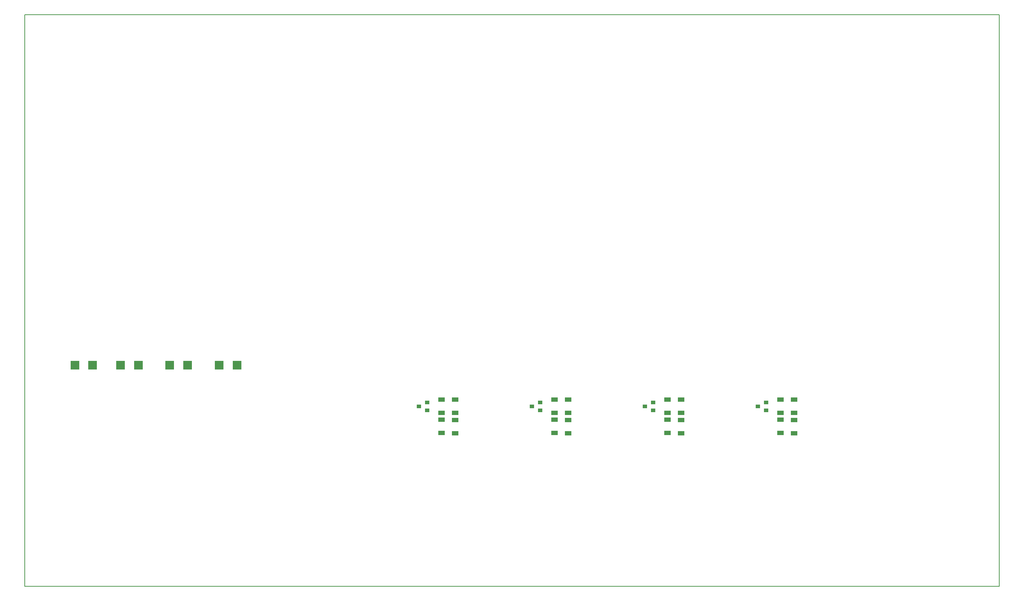
<source format=gbr>
G04 PROTEUS RS274X GERBER FILE*
%FSLAX45Y45*%
%MOMM*%
G01*
%ADD21R,1.016000X0.889000*%
%ADD22R,1.524000X1.016000*%
%ADD26R,2.032000X2.032000*%
%ADD28C,0.203200*%
D21*
X+9500000Y+4340000D03*
X+9500000Y+4152040D03*
X+9301880Y+4246020D03*
D22*
X+10160000Y+4410000D03*
X+10160000Y+4095040D03*
X+9840000Y+3620000D03*
X+9840000Y+3934960D03*
X+10160000Y+3930000D03*
X+10160000Y+3615040D03*
X+9840000Y+4410000D03*
X+9840000Y+4095040D03*
D21*
X+12167000Y+4340000D03*
X+12167000Y+4152040D03*
X+11968880Y+4246020D03*
D22*
X+12827000Y+4410000D03*
X+12827000Y+4095040D03*
X+12507000Y+3620000D03*
X+12507000Y+3934960D03*
X+12827000Y+3930000D03*
X+12827000Y+3615040D03*
X+12507000Y+4410000D03*
X+12507000Y+4095040D03*
D21*
X+14834000Y+4340000D03*
X+14834000Y+4152040D03*
X+14635880Y+4246020D03*
D22*
X+15494000Y+4410000D03*
X+15494000Y+4095040D03*
X+15174000Y+3620000D03*
X+15174000Y+3934960D03*
X+15494000Y+3930000D03*
X+15494000Y+3615040D03*
X+15174000Y+4410000D03*
X+15174000Y+4095040D03*
D21*
X+17501000Y+4340000D03*
X+17501000Y+4152040D03*
X+17302880Y+4246020D03*
D22*
X+18161000Y+4410000D03*
X+18161000Y+4095040D03*
X+17841000Y+3620000D03*
X+17841000Y+3934960D03*
X+18161000Y+3930000D03*
X+18161000Y+3615040D03*
X+17841000Y+4410000D03*
X+17841000Y+4095040D03*
D26*
X+1180000Y+5220000D03*
X+1601640Y+5220000D03*
X+2260000Y+5220000D03*
X+2681640Y+5220000D03*
X+3420000Y+5220000D03*
X+3841640Y+5220000D03*
X+4590000Y+5220000D03*
X+5011640Y+5220000D03*
D28*
X+0Y+0D02*
X+23000000Y+0D01*
X+23000000Y+13500000D01*
X+0Y+13500000D01*
X+0Y+0D01*
M02*

</source>
